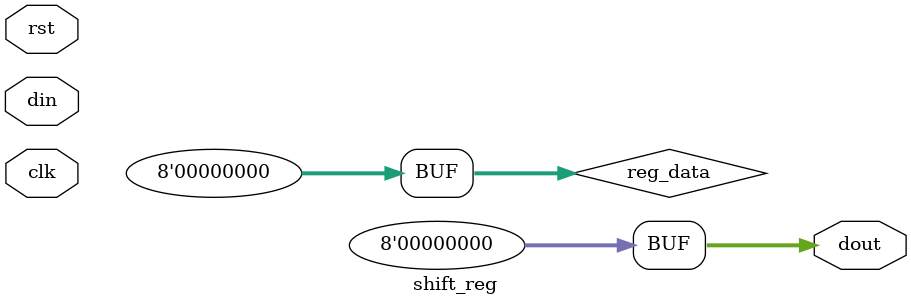
<source format=sv>
module shift_reg(input clk, input rst, input din, output [7:0] dout);

//TODO: make 16 bits

//internal signals
reg [7:0] reg_data;

always @(rst)
  begin
    reg_data <= 8'h00;
  end

always @(posedge clk)
  begin
    reg_data <= {reg_data[6:0], din};

  end

assign dout = reg_data;

endmodule

</source>
